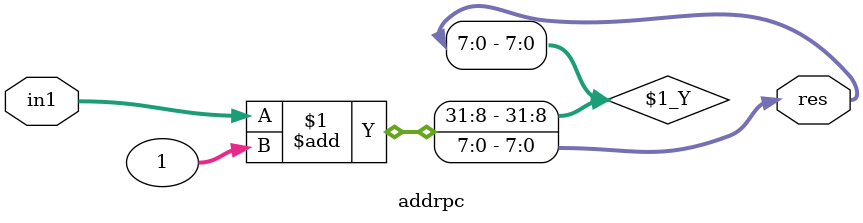
<source format=v>
module addrpc(in1,res);
input [7:0] in1;
output [7:0] res;
assign res=in1+1;
endmodule
</source>
